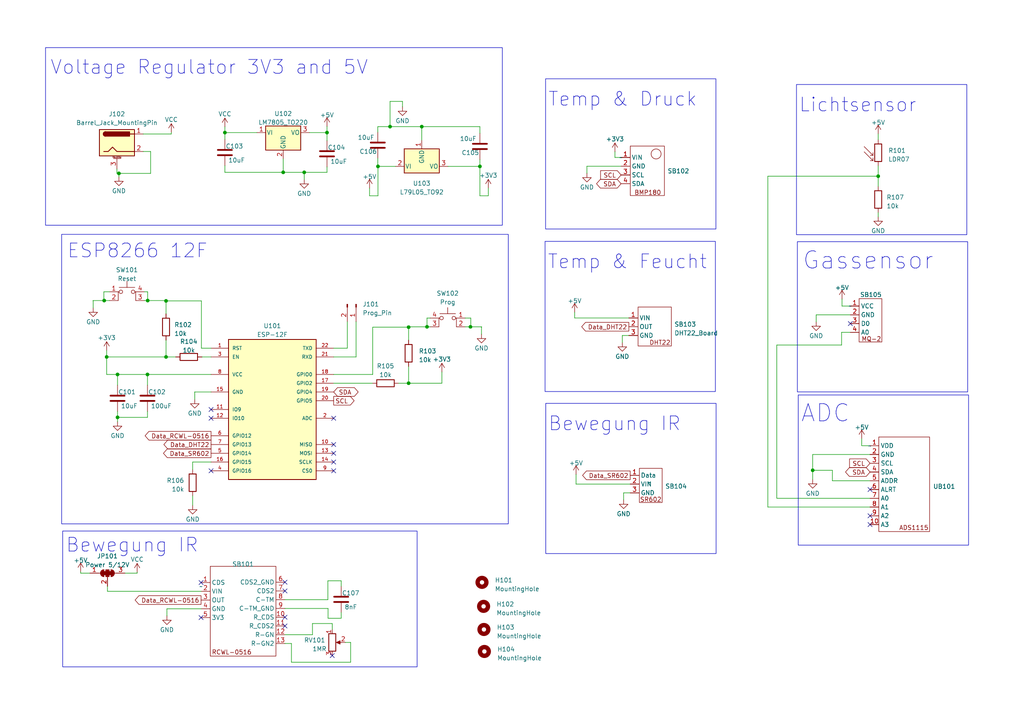
<source format=kicad_sch>
(kicad_sch (version 20230121) (generator eeschema)
  (paper "A4")
  (lib_symbols
    (symbol "Connector:Barrel_Jack_MountingPin" (pin_names hide)
      (property "Reference" "J102" (at 0 8.3312 0))
      (property "Value" "Barrel_Jack_MountingPin" (at 0 5.7912 0))
      (symbol "Barrel_Jack_MountingPin_0_1"
        (rectangle (start -5.08 3.81) (end 5.08 -3.81) (stroke (width 0.254)) (fill (type background)))
        (arc (start -3.302 3.175) (mid -3.9343 2.54) (end -3.302 1.905) (stroke (width 0.254)))
        (arc (start -3.302 3.175) (mid -3.9343 2.54) (end -3.302 1.905) (stroke (width 0.254)) (fill (type outline)))
        (polyline (pts (xy 5.08 2.54) (xy 3.81 2.54)) (stroke (width 0.254)))
        (polyline (pts (xy -3.81 -2.54) (xy -2.54 -2.54) (xy -1.27 -1.27) (xy 0 -2.54) (xy 2.54 -2.54) (xy 5.08 -2.54)) (stroke (width 0.254)))
        (rectangle (start 3.683 3.175) (end -3.302 1.905) (stroke (width 0.254)) (fill (type outline)))
      )
      (symbol "Barrel_Jack_MountingPin_1_1"
        (polyline (pts (xy -1.016 -4.572) (xy 1.016 -4.572)) (stroke (width 0.1524)))
        (text "Mounting" (at 0 -4.191 0) (effects (font (size 0.381 0.381))))
        (pin passive line (at 7.62 2.54 180) (length 2.54) (name "~") (number "1"))
        (pin passive line (at 7.62 -2.54 180) (length 2.54) (name "~") (number "2"))
        (pin passive line (at 0 -7.62 90) (length 3.048) (name "MountPin") (number "3"))
      )
    )
    (symbol "Connector:Conn_01x02_Pin" (pin_names (offset 1.016) hide)
      (property "Reference" "J" (at 0 2.54 0))
      (property "Value" "Conn_01x02_Pin" (at 0 -5.08 0))
      (symbol "Conn_01x02_Pin_1_1"
        (polyline (pts (xy 1.27 -2.54) (xy 0.8636 -2.54)) (stroke (width 0.1524)))
        (polyline (pts (xy 1.27 0) (xy 0.8636 0)) (stroke (width 0.1524)))
        (rectangle (start 0.8636 -2.413) (end 0 -2.667) (stroke (width 0.1524)) (fill (type outline)))
        (rectangle (start 0.8636 0.127) (end 0 -0.127) (stroke (width 0.1524)) (fill (type outline)))
        (pin passive line (at 5.08 0 180) (length 3.81) (name "Pin_1") (number "1"))
        (pin passive line (at 5.08 -2.54 180) (length 3.81) (name "Pin_2") (number "2"))
      )
    )
    (symbol "Device:C" (pin_numbers hide) (pin_names (offset 0.254))
      (property "Reference" "C" (at 0.635 2.54 0))
      (property "Value" "C" (at 0.635 -2.54 0))
      (symbol "C_0_1"
        (polyline (pts (xy -2.032 -0.762) (xy 2.032 -0.762)) (stroke (width 0.508)))
        (polyline (pts (xy -2.032 0.762) (xy 2.032 0.762)) (stroke (width 0.508)))
      )
      (symbol "C_1_1"
        (pin passive line (at 0 3.81 270) (length 2.794) (name "~") (number "1"))
        (pin passive line (at 0 -3.81 90) (length 2.794) (name "~") (number "2"))
      )
    )
    (symbol "Device:R" (pin_numbers hide) (pin_names (offset 0))
      (property "Reference" "R" (at 2.032 0 90))
      (property "Value" "R" (at 0 0 90))
      (symbol "R_0_1"
        (rectangle (start -1.016 -2.54) (end 1.016 2.54) (stroke (width 0.254)))
      )
      (symbol "R_1_1"
        (pin passive line (at 0 3.81 270) (length 1.27) (name "~") (number "1"))
        (pin passive line (at 0 -3.81 90) (length 1.27) (name "~") (number "2"))
      )
    )
    (symbol "Device:R_Potentiometer" (pin_names (offset 1.016) hide)
      (property "Reference" "RV" (at -4.445 0 90))
      (property "Value" "R_Potentiometer" (at -2.54 0 90))
      (symbol "R_Potentiometer_0_1"
        (polyline (pts (xy 2.54 0) (xy 1.524 0)))
        (polyline (pts (xy 1.143 0) (xy 2.286 0.508) (xy 2.286 -0.508) (xy 1.143 0)) (fill (type outline)))
        (rectangle (start 1.016 2.54) (end -1.016 -2.54) (stroke (width 0.254)))
      )
      (symbol "R_Potentiometer_1_1"
        (pin passive line (at 0 3.81 270) (length 1.27) (name "1") (number "1"))
        (pin passive line (at 3.81 0 180) (length 1.27) (name "2") (number "2"))
        (pin passive line (at 0 -3.81 90) (length 1.27) (name "3") (number "3"))
      )
    )
    (symbol "Jumper:SolderJumper_3_Bridged123" (pin_names (offset 0) hide)
      (property "Reference" "JP" (at -2.54 -2.54 0))
      (property "Value" "SolderJumper_3_Bridged123" (at 0 2.794 0))
      (symbol "SolderJumper_3_Bridged123_0_1"
        (rectangle (start -1.016 0.508) (end -0.508 -0.508) (fill (type outline)))
        (arc (start -1.016 1.016) (mid -2.0276 0) (end -1.016 -1.016))
        (arc (start -1.016 1.016) (mid -2.0276 0) (end -1.016 -1.016) (fill (type outline)))
        (rectangle (start -0.508 1.016) (end 0.508 -1.016) (fill (type outline)))
        (polyline (pts (xy -2.54 0) (xy -2.032 0)))
        (polyline (pts (xy -1.016 1.016) (xy -1.016 -1.016)))
        (polyline (pts (xy 0 -1.27) (xy 0 -1.016)))
        (polyline (pts (xy 1.016 1.016) (xy 1.016 -1.016)))
        (polyline (pts (xy 2.54 0) (xy 2.032 0)))
        (rectangle (start 0.508 0.508) (end 1.016 -0.508) (fill (type outline)))
        (arc (start 1.016 -1.016) (mid 2.0276 0) (end 1.016 1.016))
        (arc (start 1.016 -1.016) (mid 2.0276 0) (end 1.016 1.016) (fill (type outline)))
      )
      (symbol "SolderJumper_3_Bridged123_1_1"
        (pin passive line (at -5.08 0 0) (length 2.54) (name "A") (number "1"))
        (pin passive line (at 0 -3.81 90) (length 2.54) (name "C") (number "2"))
        (pin passive line (at 5.08 0 180) (length 2.54) (name "B") (number "3"))
      )
    )
    (symbol "Mechanical:MountingHole" (pin_names (offset 1.016))
      (property "Reference" "H" (at 0 5.08 0))
      (property "Value" "MountingHole" (at 0 3.175 0))
      (symbol "MountingHole_0_1"
        (circle (center 0 0) (radius 1.27) (stroke (width 1.27)))
      )
    )
    (symbol "Regulator_Linear:L79L05_TO92" (pin_names (offset 0.254))
      (property "Reference" "U" (at -3.81 -3.175 0))
      (property "Value" "L79L05_TO92" (at 0 -3.175 0))
      (symbol "L79L05_TO92_0_1"
        (rectangle (start -5.08 5.08) (end 5.08 -1.905) (stroke (width 0.254)) (fill (type background)))
      )
      (symbol "L79L05_TO92_1_1"
        (pin power_in line (at 0 7.62 270) (length 2.54) (name "GND") (number "1"))
        (pin power_in line (at -7.62 0 0) (length 2.54) (name "VI") (number "2"))
        (pin power_out line (at 7.62 0 180) (length 2.54) (name "VO") (number "3"))
      )
    )
    (symbol "Regulator_Linear:LM7805_TO220" (pin_names (offset 0.254))
      (property "Reference" "U" (at -3.81 3.175 0))
      (property "Value" "LM7805_TO220" (at 0 3.175 0))
      (symbol "LM7805_TO220_0_1"
        (rectangle (start -5.08 1.905) (end 5.08 -5.08) (stroke (width 0.254)) (fill (type background)))
      )
      (symbol "LM7805_TO220_1_1"
        (pin power_in line (at -7.62 0 0) (length 2.54) (name "VI") (number "1"))
        (pin power_in line (at 0 -7.62 90) (length 2.54) (name "GND") (number "2"))
        (pin power_out line (at 7.62 0 180) (length 2.54) (name "VO") (number "3"))
      )
    )
    (symbol "Sensor_Optical:LDR07" (pin_numbers hide) (pin_names (offset 0))
      (property "Reference" "R" (at -5.08 0 90))
      (property "Value" "LDR07" (at 1.905 0 90))
      (symbol "LDR07_0_1"
        (rectangle (start -1.016 2.54) (end 1.016 -2.54) (stroke (width 0.254)))
        (polyline (pts (xy -1.524 -2.286) (xy -4.064 0.254)))
        (polyline (pts (xy -1.524 -2.286) (xy -2.286 -2.286)))
        (polyline (pts (xy -1.524 -2.286) (xy -1.524 -1.524)))
        (polyline (pts (xy -1.524 -0.762) (xy -4.064 1.778)))
        (polyline (pts (xy -1.524 -0.762) (xy -2.286 -0.762)))
        (polyline (pts (xy -1.524 -0.762) (xy -1.524 0)))
      )
      (symbol "LDR07_1_1"
        (pin passive line (at 0 3.81 270) (length 1.27) (name "~") (number "1"))
        (pin passive line (at 0 -3.81 90) (length 1.27) (name "~") (number "2"))
      )
    )
    (symbol "Switch:SW_MEC_5E" (pin_names (offset 1.016) hide)
      (property "Reference" "SW" (at 0.635 5.715 0))
      (property "Value" "SW_MEC_5E" (at 0 -3.175 0))
      (symbol "SW_MEC_5E_0_1"
        (circle (center -1.778 2.54) (radius 0.508))
        (polyline (pts (xy -2.286 3.81) (xy 2.286 3.81)))
        (polyline (pts (xy 0 3.81) (xy 0 5.588)))
        (polyline (pts (xy -2.54 0) (xy -2.54 2.54) (xy -2.286 2.54)))
        (polyline (pts (xy 2.54 0) (xy 2.54 2.54) (xy 2.286 2.54)))
        (circle (center 1.778 2.54) (radius 0.508))
        (pin passive line (at -5.08 2.54 0) (length 2.54) (name "1") (number "1"))
        (pin passive line (at -5.08 0 0) (length 2.54) (name "2") (number "2"))
        (pin passive line (at 5.08 0 180) (length 2.54) (name "K") (number "3"))
        (pin passive line (at 5.08 2.54 180) (length 2.54) (name "A") (number "4"))
      )
    )
    (symbol "power:+3V3" (power) (pin_names (offset 0))
      (property "Value" "+3V3" (at 0 3.556 0))
      (symbol "+3V3_0_1"
        (polyline (pts (xy -0.762 1.27) (xy 0 2.54)))
        (polyline (pts (xy 0 0) (xy 0 2.54)))
        (polyline (pts (xy 0 2.54) (xy 0.762 1.27)))
      )
      (symbol "+3V3_1_1"
        (pin power_in line (at 0 0 90) (length 0) hide (name "+3V3") (number "1"))
      )
    )
    (symbol "power:+5V" (power) (pin_names (offset 0))
      (property "Value" "+5V" (at 0 3.556 0))
      (symbol "+5V_0_1"
        (polyline (pts (xy -0.762 1.27) (xy 0 2.54)))
        (polyline (pts (xy 0 0) (xy 0 2.54)))
        (polyline (pts (xy 0 2.54) (xy 0.762 1.27)))
      )
      (symbol "+5V_1_1"
        (pin power_in line (at 0 0 90) (length 0) hide (name "+5V") (number "1"))
      )
    )
    (symbol "power:GND" (power) (pin_names (offset 0))
      (property "Value" "GND" (at 0 -3.81 0))
      (symbol "GND_0_1"
        (polyline (pts (xy 0 0) (xy 0 -1.27) (xy 1.27 -1.27) (xy 0 -2.54) (xy -1.27 -1.27) (xy 0 -1.27)))
      )
      (symbol "GND_1_1"
        (pin power_in line (at 0 0 270) (length 0) hide (name "GND") (number "1"))
      )
    )
    (symbol "power:VCC" (power) (pin_names (offset 0))
      (property "Value" "VCC" (at 0 3.81 0))
      (symbol "VCC_0_1"
        (polyline (pts (xy -0.762 1.27) (xy 0 2.54)))
        (polyline (pts (xy 0 0) (xy 0 2.54)))
        (polyline (pts (xy 0 2.54) (xy 0.762 1.27)))
      )
      (symbol "VCC_1_1"
        (pin power_in line (at 0 0 90) (length 0) hide (name "VCC") (number "1"))
      )
    )
    (symbol "thu-esp-smd:ESP-12F" (pin_names (offset 1.016))
      (property "Reference" "U" (at -12.7254 22.9057 0))
      (property "Value" "ESP-12F" (at -12.7237 -22.9026 0))
      (symbol "ESP-12F_0_0"
        (rectangle (start -12.7 -20.32) (end 12.7 20.32) (stroke (width 0.254)) (fill (type background)))
        (pin bidirectional line (at -17.78 17.78 0) (length 5.08) (name "RST") (number "1"))
        (pin bidirectional line (at 17.78 -10.16 180) (length 5.08) (name "MISO") (number "10"))
        (pin bidirectional line (at -17.78 0 0) (length 5.08) (name "IO9") (number "11"))
        (pin bidirectional line (at -17.78 -2.54 0) (length 5.08) (name "IO10") (number "12"))
        (pin bidirectional line (at 17.78 -12.7 180) (length 5.08) (name "MOSI") (number "13"))
        (pin bidirectional line (at 17.78 -15.24 180) (length 5.08) (name "SCLK") (number "14"))
        (pin bidirectional line (at -17.78 5.08 0) (length 5.08) (name "GND") (number "15"))
        (pin bidirectional line (at -17.78 -15.24 0) (length 5.08) (name "GPIO15") (number "16"))
        (pin bidirectional line (at 17.78 7.62 180) (length 5.08) (name "GPIO2") (number "17"))
        (pin bidirectional line (at 17.78 10.16 180) (length 5.08) (name "GPIO0") (number "18"))
        (pin bidirectional line (at 17.78 5.08 180) (length 5.08) (name "GPIO4") (number "19"))
        (pin bidirectional line (at 17.78 -2.54 180) (length 5.08) (name "ADC") (number "2"))
        (pin bidirectional line (at 17.78 2.54 180) (length 5.08) (name "GPIO5") (number "20"))
        (pin bidirectional line (at 17.78 15.24 180) (length 5.08) (name "RXD") (number "21"))
        (pin bidirectional line (at 17.78 17.78 180) (length 5.08) (name "TXD") (number "22"))
        (pin bidirectional line (at -17.78 15.24 0) (length 5.08) (name "EN") (number "3"))
        (pin bidirectional line (at -17.78 -17.78 0) (length 5.08) (name "GPIO16") (number "4"))
        (pin bidirectional line (at -17.78 -12.7 0) (length 5.08) (name "GPIO14") (number "5"))
        (pin bidirectional line (at -17.78 -7.62 0) (length 5.08) (name "GPIO12") (number "6"))
        (pin bidirectional line (at -17.78 -10.16 0) (length 5.08) (name "GPIO13") (number "7"))
        (pin bidirectional line (at -17.78 10.16 0) (length 5.08) (name "VCC") (number "8"))
        (pin bidirectional line (at 17.78 -17.78 180) (length 5.08) (name "CS0") (number "9"))
      )
    )
    (symbol "thu-sensoren-smd:RCWL-0516"
      (property "Reference" "SB" (at -6.985 13.589 0))
      (symbol "RCWL-0516_0_0"
        (pin input line (at -10.922 7.874 0) (length 2.54) (name "CDS") (number "1"))
        (pin bidirectional line (at 13.4112 -2.1844 180) (length 2.54) (name "R_CDS") (number "10"))
        (pin bidirectional line (at 13.4112 -4.7244 180) (length 2.54) (name "R_CDS2") (number "11"))
        (pin bidirectional line (at 13.4112 -7.2644 180) (length 2.54) (name "R-GN") (number "12"))
        (pin bidirectional line (at 13.4112 -9.8044 180) (length 2.54) (name "R-GN2") (number "13"))
        (pin power_in line (at -10.922 5.334 0) (length 2.54) (name "VIN") (number "2"))
        (pin output line (at -10.922 2.794 0) (length 2.54) (name "OUT") (number "3"))
        (pin power_in line (at -10.922 0.254 0) (length 2.54) (name "GND") (number "4"))
        (pin power_out line (at -10.922 -2.286 0) (length 2.54) (name "3V3") (number "5"))
        (pin power_in line (at 13.4112 7.9756 180) (length 2.54) (name "CDS2_GND") (number "6"))
        (pin bidirectional line (at 13.4112 5.4356 180) (length 2.54) (name "CDS2") (number "7"))
        (pin bidirectional line (at 13.4112 2.8956 180) (length 2.54) (name "C-TM") (number "8"))
        (pin bidirectional line (at 13.4112 0.3556 180) (length 2.54) (name "C-TM_GND") (number "9"))
      )
      (symbol "RCWL-0516_0_1"
        (rectangle (start -8.255 12.573) (end 10.795 -13.462))
        (text "RCWL-0516" (at -2.032 -12.319 0) (effects (font (size 1.27 1.27))))
      )
    )
    (symbol "thu_sensoren_tht:ADS1115_Board"
      (property "Reference" "UB" (at -5.08 14.986 0))
      (symbol "ADS1115_Board_0_0"
        (pin power_in line (at -8.636 11.303 0) (length 2.54) (name "VDD") (number "1"))
        (pin input line (at -8.636 -11.557 0) (length 2.54) (name "A3") (number "10"))
        (pin power_in line (at -8.636 8.763 0) (length 2.54) (name "GND") (number "2"))
        (pin input line (at -8.636 6.223 0) (length 2.54) (name "SCL") (number "3"))
        (pin bidirectional line (at -8.636 3.683 0) (length 2.54) (name "SDA") (number "4"))
        (pin input line (at -8.636 1.143 0) (length 2.54) (name "ADDR") (number "5"))
        (pin output line (at -8.636 -1.397 0) (length 2.54) (name "ALRT") (number "6"))
        (pin input line (at -8.636 -3.937 0) (length 2.54) (name "A0") (number "7"))
        (pin input line (at -8.636 -6.477 0) (length 2.54) (name "A1") (number "8"))
        (pin input line (at -8.636 -9.017 0) (length 2.54) (name "A2") (number "9"))
      )
      (symbol "ADS1115_Board_0_1"
        (rectangle (start -6.096 13.843) (end 8.636 -13.589))
        (text "ADS1115" (at 4.064 -12.446 0) (effects (font (size 1.27 1.27))))
      )
    )
    (symbol "thu_sensoren_tht:BMP180_Board"
      (property "Reference" "SB" (at -21.59 24.511 0))
      (symbol "BMP180_Board_0_0"
        (pin power_in line (at -25.273 20.32 0) (length 2.54) (name "VIN") (number "1"))
        (pin power_in line (at -25.273 17.78 0) (length 2.54) (name "GND") (number "2"))
        (pin input line (at -25.273 15.24 0) (length 2.54) (name "SCL") (number "3"))
        (pin bidirectional line (at -25.273 12.7 0) (length 2.54) (name "SDA") (number "4"))
      )
      (symbol "BMP180_Board_0_1"
        (rectangle (start -22.606 23.622) (end -12.7 9.271))
        (circle (center -15.113 21.336) (radius 1.448))
        (text "BMP180" (at -17.526 10.16 0) (effects (font (size 1.27 1.27))))
      )
    )
    (symbol "thu_sensoren_tht:DHT22_Board"
      (property "Reference" "SB" (at -3.556 10.287 0))
      (property "Value" "DHT22_Board" (at -1.2192 -3.7592 0))
      (symbol "DHT22_Board_0_0"
        (pin power_in line (at -7.747 5.969 0) (length 2.54) (name "VIN") (number "1"))
        (pin bidirectional line (at -7.747 3.429 0) (length 2.54) (name "OUT") (number "2"))
        (pin power_in line (at -7.747 0.889 0) (length 2.54) (name "GND") (number "3"))
      )
      (symbol "DHT22_Board_0_1"
        (rectangle (start -5.08 9.144) (end 4.572 -2.159))
        (text "DHT22" (at 1.27 -1.143 0) (effects (font (size 1.27 1.27))))
      )
    )
    (symbol "thu_sensoren_tht:MQ-2_Board"
      (property "Reference" "SB" (at -1.397 6.858 0))
      (symbol "MQ-2_Board_0_0"
        (pin power_in line (at -4.699 3.81 0) (length 2.54) (name "VCC") (number "1"))
        (pin power_in line (at -4.699 1.27 0) (length 2.54) (name "GND") (number "2"))
        (pin output line (at -4.699 -1.27 0) (length 2.54) (name "D0") (number "3"))
        (pin output line (at -4.699 -3.81 0) (length 2.54) (name "A0") (number "4"))
      )
      (symbol "MQ-2_Board_0_1"
        (rectangle (start -2.159 5.969) (end 4.445 -6.604))
        (text "MQ-2" (at 1.397 -5.715 0) (effects (font (size 1.27 1.27))))
      )
    )
    (symbol "thu_sensoren_tht:SR602_Board"
      (property "Reference" "SB" (at -1.905 4.953 0))
      (symbol "SR602_Board_0_0"
        (pin unspecified line (at -5.588 2.032 0) (length 2.54) (name "Data") (number "1"))
        (pin unspecified line (at -5.588 -0.508 0) (length 2.54) (name "VIN") (number "2"))
        (pin unspecified line (at -5.588 -3.048 0) (length 2.54) (name "GND") (number "3"))
      )
      (symbol "SR602_Board_0_1"
        (rectangle (start -2.921 4.064) (end 3.683 -5.842))
        (text "SR602" (at 0.381 -4.953 0) (effects (font (size 1.27 1.27))))
      )
    )
  )
  (junction (at 30.9372 103.5304))
  (junction (at 34.0868 121.0564))
  (junction (at 235.712 136.398))
  (junction (at 122.3264 36.7284))
  (junction (at 109.6264 48.26))
  (junction (at 42.8244 87.1728))
  (junction (at 34.4932 50.292))
  (junction (at 34.0868 108.6104))
  (junction (at 139.192 48.26))
  (junction (at 118.5164 111.1504))
  (junction (at 88.2396 49.9872))
  (junction (at 48.1584 87.2744))
  (junction (at 123.8504 94.7928))
  (junction (at 82.1436 49.9872))
  (junction (at 48.1584 103.5304))
  (junction (at 136.4488 94.7928))
  (junction (at 113.1316 36.7284))
  (junction (at 30.226 87.1728))
  (junction (at 118.5164 94.8944))
  (junction (at 65.2272 38.4556))
  (junction (at 254.7112 51.1048))
  (junction (at 42.7736 108.6104))
  (junction (at 94.8436 38.4556))
  (no_connect (at 82.6516 179.0192))
  (no_connect (at 96.774 128.9304))
  (no_connect (at 61.214 136.5504))
  (no_connect (at 252.349 149.606))
  (no_connect (at 252.349 141.986))
  (no_connect (at 252.349 152.146))
  (no_connect (at 82.6516 168.8592))
  (no_connect (at 96.774 131.4704))
  (no_connect (at 61.214 118.7704))
  (no_connect (at 96.774 134.0104))
  (no_connect (at 58.3184 179.1208))
  (no_connect (at 96.774 136.5504))
  (no_connect (at 82.6516 181.5592))
  (no_connect (at 96.774 121.3104))
  (no_connect (at 61.214 121.3104))
  (no_connect (at 96.3676 190.1444))
  (no_connect (at 82.6516 171.3992))
  (no_connect (at 58.3184 168.9608))
  (no_connect (at 246.634 93.853))
  (wire (pts (xy 82.1436 46.0756) (xy 82.1436 49.9872)))
  (wire (pts (xy 139.192 36.7284) (xy 122.3264 36.7284)))
  (wire (pts (xy 136.5504 94.742) (xy 136.4488 94.742)))
  (wire (pts (xy 180.4924 97.3074) (xy 180.4924 99.3394)))
  (wire (pts (xy 42.7736 108.6104) (xy 34.0868 108.6104)))
  (wire (pts (xy 23.3934 166.243) (xy 23.3934 165.8366)))
  (wire (pts (xy 254.7112 54.0512) (xy 254.7112 51.1048)))
  (wire (pts (xy 49.6824 38.862) (xy 49.6824 38.4048)))
  (wire (pts (xy 96.774 100.9904) (xy 100.7364 100.9904)))
  (wire (pts (xy 95.1484 176.4792) (xy 95.1484 179.324)))
  (wire (pts (xy 55.88 134.0104) (xy 61.214 134.0104)))
  (wire (pts (xy 98.9584 168.4528) (xy 98.9584 170.0276)))
  (wire (pts (xy 34.0868 108.6104) (xy 30.9372 108.6104)))
  (wire (pts (xy 58.42 87.2744) (xy 58.42 100.9904)))
  (wire (pts (xy 118.5164 94.8944) (xy 118.5164 94.7928)))
  (wire (pts (xy 58.5724 103.5304) (xy 61.214 103.5304)))
  (wire (pts (xy 235.712 131.826) (xy 235.712 136.398)))
  (wire (pts (xy 43.688 50.292) (xy 43.688 43.942)))
  (wire (pts (xy 31.1658 170.053) (xy 31.1658 171.5008)))
  (wire (pts (xy 109.5756 48.26) (xy 109.5756 45.9232)))
  (wire (pts (xy 42.8244 87.1728) (xy 48.1584 87.1728)))
  (wire (pts (xy 94.8436 49.9872) (xy 94.8436 48.4124)))
  (wire (pts (xy 128.1684 111.1504) (xy 128.1684 107.8992)))
  (wire (pts (xy 100.1776 186.3344) (xy 101.7016 186.3344)))
  (wire (pts (xy 33.909 50.292) (xy 34.4932 50.292)))
  (wire (pts (xy 139.192 46.2788) (xy 139.192 48.26)))
  (wire (pts (xy 109.6264 48.26) (xy 109.5756 48.26)))
  (wire (pts (xy 30.9372 103.5304) (xy 48.1584 103.5304)))
  (wire (pts (xy 167.0812 137.6172) (xy 167.0812 140.4112)))
  (wire (pts (xy 30.1244 84.6328) (xy 31.75 84.6328)))
  (wire (pts (xy 56.4642 113.6904) (xy 56.4642 113.7412)))
  (wire (pts (xy 55.88 143.8148) (xy 55.88 146.558)))
  (wire (pts (xy 254.7112 61.6712) (xy 254.7112 62.8904)))
  (wire (pts (xy 56.4642 113.7412) (xy 56.4896 113.7412)))
  (wire (pts (xy 39.7764 165.9636) (xy 39.7764 166.243)))
  (wire (pts (xy 101.7016 186.3344) (xy 101.7016 192.0748)))
  (wire (pts (xy 225.298 144.526) (xy 252.349 144.526)))
  (wire (pts (xy 180.4924 97.3074) (xy 182.3974 97.3074)))
  (wire (pts (xy 94.8436 38.4556) (xy 94.8436 40.7924)))
  (wire (pts (xy 65.2272 48.0568) (xy 65.2272 49.9872)))
  (wire (pts (xy 178.3588 45.6692) (xy 180.1368 45.6692)))
  (wire (pts (xy 48.1584 87.2744) (xy 48.1584 91.0336)))
  (wire (pts (xy 225.298 100.076) (xy 225.298 144.526)))
  (wire (pts (xy 27.0256 87.2236) (xy 27.0256 89.3064)))
  (wire (pts (xy 30.9372 108.6104) (xy 30.9372 103.5304)))
  (wire (pts (xy 41.529 38.862) (xy 49.6824 38.862)))
  (wire (pts (xy 113.1316 36.7284) (xy 122.3264 36.7284)))
  (wire (pts (xy 246.634 91.313) (xy 236.728 91.313)))
  (wire (pts (xy 252.349 131.826) (xy 235.712 131.826)))
  (wire (pts (xy 123.8504 92.2528) (xy 123.8504 94.7928)))
  (wire (pts (xy 141.6304 54.5592) (xy 141.6304 56.7944)))
  (wire (pts (xy 48.1584 87.2744) (xy 58.42 87.2744)))
  (wire (pts (xy 41.91 84.6328) (xy 42.8244 84.6328)))
  (wire (pts (xy 27.0002 87.1728) (xy 30.226 87.1728)))
  (wire (pts (xy 56.4642 113.6904) (xy 61.214 113.6904)))
  (wire (pts (xy 34.4932 50.292) (xy 43.688 50.292)))
  (wire (pts (xy 180.8734 142.9512) (xy 182.7784 142.9512)))
  (wire (pts (xy 103.2764 93.3196) (xy 103.2764 103.5304)))
  (wire (pts (xy 249.936 129.286) (xy 252.349 129.286)))
  (wire (pts (xy 65.2272 38.4556) (xy 74.5236 38.4556)))
  (wire (pts (xy 42.7736 121.0564) (xy 42.7736 119.3292)))
  (wire (pts (xy 43.688 43.942) (xy 41.529 43.942)))
  (wire (pts (xy 118.5164 94.8944) (xy 118.5164 98.6536)))
  (wire (pts (xy 98.9584 179.324) (xy 98.9584 177.6476)))
  (wire (pts (xy 48.1584 98.6536) (xy 48.1584 103.5304)))
  (wire (pts (xy 109.5756 36.7284) (xy 109.5756 38.3032)))
  (wire (pts (xy 48.4124 176.5808) (xy 48.4124 178.6128)))
  (wire (pts (xy 254.7112 51.1048) (xy 254.7112 48.1076)))
  (wire (pts (xy 33.909 49.022) (xy 33.909 50.292)))
  (wire (pts (xy 95.0976 168.4528) (xy 98.9584 168.4528)))
  (wire (pts (xy 178.3588 44.0182) (xy 178.3588 45.6692)))
  (wire (pts (xy 141.6304 56.7944) (xy 139.192 56.7944)))
  (wire (pts (xy 244.094 100.076) (xy 225.298 100.076)))
  (wire (pts (xy 30.9372 103.5304) (xy 30.9372 101.6508)))
  (wire (pts (xy 244.221 88.773) (xy 246.634 88.773)))
  (wire (pts (xy 42.8244 84.6328) (xy 42.8244 87.1728)))
  (wire (pts (xy 84.5312 186.6392) (xy 82.6516 186.6392)))
  (wire (pts (xy 26.0858 166.243) (xy 23.3934 166.243)))
  (wire (pts (xy 118.5164 94.8944) (xy 108.1024 94.8944)))
  (wire (pts (xy 222.7072 51.1048) (xy 222.7072 147.066)))
  (wire (pts (xy 41.91 87.1728) (xy 42.8244 87.1728)))
  (wire (pts (xy 107.188 54.5592) (xy 107.188 56.7944)))
  (wire (pts (xy 222.7072 51.1048) (xy 254.7112 51.1048)))
  (wire (pts (xy 82.6516 176.4792) (xy 95.1484 176.4792)))
  (wire (pts (xy 244.094 96.393) (xy 244.094 100.076)))
  (wire (pts (xy 109.6264 48.26) (xy 109.6264 56.7944)))
  (wire (pts (xy 39.7764 166.243) (xy 36.2458 166.243)))
  (wire (pts (xy 58.42 100.9904) (xy 61.214 100.9904)))
  (wire (pts (xy 42.7736 108.6104) (xy 42.7736 111.7092)))
  (wire (pts (xy 123.8504 94.7928) (xy 118.5164 94.7928)))
  (wire (pts (xy 113.1316 36.7284) (xy 113.1316 29.4132)))
  (wire (pts (xy 124.7648 92.2528) (xy 123.8504 92.2528)))
  (wire (pts (xy 180.1368 48.2092) (xy 170.2308 48.2092)))
  (wire (pts (xy 95.1484 179.324) (xy 98.9584 179.324)))
  (wire (pts (xy 236.728 91.313) (xy 236.728 93.345)))
  (wire (pts (xy 90.6272 184.0992) (xy 90.6272 180.848)))
  (wire (pts (xy 58.3184 176.5808) (xy 48.4124 176.5808)))
  (wire (pts (xy 122.3264 40.64) (xy 122.3264 36.7284)))
  (wire (pts (xy 89.7636 38.4556) (xy 94.8436 38.4556)))
  (wire (pts (xy 90.6272 180.848) (xy 96.3676 180.848)))
  (wire (pts (xy 96.3676 180.848) (xy 96.3676 182.5244)))
  (wire (pts (xy 30.1244 84.6328) (xy 30.1244 87.122)))
  (wire (pts (xy 34.4932 50.292) (xy 34.4932 51.308)))
  (wire (pts (xy 108.1024 108.6104) (xy 96.774 108.6104)))
  (wire (pts (xy 100.7364 100.9904) (xy 100.7364 93.3196)))
  (wire (pts (xy 118.5164 106.2736) (xy 118.5164 111.1504)))
  (wire (pts (xy 55.88 136.1948) (xy 55.88 134.0104)))
  (wire (pts (xy 139.6746 94.8436) (xy 139.6492 94.8436)))
  (wire (pts (xy 249.936 127.254) (xy 249.936 129.286)))
  (wire (pts (xy 107.188 56.7944) (xy 109.6264 56.7944)))
  (wire (pts (xy 103.2764 103.5304) (xy 96.774 103.5304)))
  (wire (pts (xy 116.7384 29.4132) (xy 116.7384 30.988)))
  (wire (pts (xy 139.192 38.6588) (xy 139.192 36.7284)))
  (wire (pts (xy 65.2272 40.4368) (xy 65.2272 38.4556)))
  (wire (pts (xy 241.427 136.398) (xy 235.712 136.398)))
  (wire (pts (xy 65.2272 36.7792) (xy 65.2272 38.4556)))
  (wire (pts (xy 34.0868 121.0564) (xy 42.7736 121.0564)))
  (wire (pts (xy 101.7016 192.0748) (xy 84.5312 192.0748)))
  (wire (pts (xy 254.7112 38.8366) (xy 254.7112 40.4876)))
  (wire (pts (xy 109.6264 48.26) (xy 114.7064 48.26)))
  (wire (pts (xy 129.9464 48.26) (xy 139.192 48.26)))
  (wire (pts (xy 48.1584 103.5304) (xy 50.9524 103.5304)))
  (wire (pts (xy 82.6516 173.9392) (xy 95.0976 173.9392)))
  (wire (pts (xy 30.1244 87.122) (xy 30.226 87.122)))
  (wire (pts (xy 170.2308 48.2092) (xy 170.2308 50.2412)))
  (wire (pts (xy 118.5164 111.1504) (xy 128.1684 111.1504)))
  (wire (pts (xy 136.4488 94.7928) (xy 134.9248 94.7928)))
  (wire (pts (xy 108.1024 94.8944) (xy 108.1024 108.6104)))
  (wire (pts (xy 244.094 96.393) (xy 246.634 96.393)))
  (wire (pts (xy 34.0868 119.3292) (xy 34.0868 121.0564)))
  (wire (pts (xy 139.6492 94.8436) (xy 139.6492 96.9264)))
  (wire (pts (xy 30.226 87.122) (xy 30.226 87.1728)))
  (wire (pts (xy 27.0002 87.1728) (xy 27.0002 87.2236)))
  (wire (pts (xy 84.5312 192.0748) (xy 84.5312 186.6392)))
  (wire (pts (xy 61.214 108.6104) (xy 42.7736 108.6104)))
  (wire (pts (xy 94.8436 36.6776) (xy 94.8436 38.4556)))
  (wire (pts (xy 58.3184 171.5008) (xy 31.1658 171.5008)))
  (wire (pts (xy 88.2396 49.9872) (xy 94.8436 49.9872)))
  (wire (pts (xy 48.1584 87.2744) (xy 48.1584 87.1728)))
  (wire (pts (xy 88.2396 49.9872) (xy 88.2396 52.07)))
  (wire (pts (xy 56.4896 113.7412) (xy 56.4896 115.824)))
  (wire (pts (xy 166.6748 90.5764) (xy 166.6748 92.2274)))
  (wire (pts (xy 113.1316 36.7284) (xy 109.5756 36.7284)))
  (wire (pts (xy 82.1436 49.9872) (xy 88.2396 49.9872)))
  (wire (pts (xy 34.0868 108.6104) (xy 34.0868 111.7092)))
  (wire (pts (xy 96.774 111.1504) (xy 108.0008 111.1504)))
  (wire (pts (xy 136.5504 92.2528) (xy 134.9248 92.2528)))
  (wire (pts (xy 166.6748 92.2274) (xy 182.3974 92.2274)))
  (wire (pts (xy 27.0002 87.2236) (xy 27.0256 87.2236)))
  (wire (pts (xy 30.226 87.1728) (xy 31.75 87.1728)))
  (wire (pts (xy 82.6516 184.0992) (xy 90.6272 184.0992)))
  (wire (pts (xy 139.6746 94.7928) (xy 139.6746 94.8436)))
  (wire (pts (xy 235.712 136.398) (xy 235.712 139.065)))
  (wire (pts (xy 115.6208 111.1504) (xy 118.5164 111.1504)))
  (wire (pts (xy 95.0976 173.9392) (xy 95.0976 168.4528)))
  (wire (pts (xy 139.192 48.26) (xy 139.192 56.7944)))
  (wire (pts (xy 113.1316 29.4132) (xy 116.7384 29.4132)))
  (wire (pts (xy 34.0868 121.0564) (xy 34.0868 122.3264)))
  (wire (pts (xy 252.349 139.446) (xy 241.427 139.446)))
  (wire (pts (xy 241.427 139.446) (xy 241.427 136.398)))
  (wire (pts (xy 167.0812 140.4112) (xy 182.7784 140.4112)))
  (wire (pts (xy 222.7072 147.066) (xy 252.349 147.066)))
  (wire (pts (xy 139.6746 94.7928) (xy 136.4488 94.7928)))
  (wire (pts (xy 136.5504 92.2528) (xy 136.5504 94.742)))
  (wire (pts (xy 124.7648 94.7928) (xy 123.8504 94.7928)))
  (wire (pts (xy 244.221 86.741) (xy 244.221 88.773)))
  (wire (pts (xy 65.2272 49.9872) (xy 82.1436 49.9872)))
  (wire (pts (xy 180.8734 142.9512) (xy 180.8734 144.9832)))
  (wire (pts (xy 136.4488 94.742) (xy 136.4488 94.7928)))
  (rectangle (start 231.267 70.104) (end 280.67 113.665))
  (rectangle (start 158.2928 116.9924) (end 207.6958 160.5534))
  (rectangle (start 18.1864 154.0256) (end 120.9802 193.421))
  (rectangle (start 231.013 24.511) (end 280.416 68.072))
  (rectangle (start 13.208 13.8176) (end 145.6944 65.3288))
  (rectangle (start 158.242 22.86) (end 207.645 66.421))
  (rectangle (start 17.8816 67.9704) (end 147.4216 151.9428))
  (rectangle (start 158.0896 70.0024) (end 207.4926 113.5634))
  (rectangle (start 231.521 114.554) (end 280.924 158.115))
  (text "ESP8266 12F" (at 19.4056 75.2348 0) (effects (font (size 4 4)) (justify left bottom)))
  (text "Lichtsensor" (at 231.648 32.893 0) (effects (font (size 4 4)) (justify left bottom)))
  (text "Temp & Druck" (at 158.877 31.242 0) (effects (font (size 4 4)) (justify left bottom)))
  (text "Voltage Regulator 3V3 and 5V" (at 14.5034 21.9964 0) (effects (font (size 4 4)) (justify left bottom)))
  (text "ADC" (at 232.156 122.936 0) (effects (font (size 5 5)) (justify left bottom)))
  (text "Bewegung IR" (at 18.9992 160.5788 0) (effects (font (size 4 4)) (justify left bottom)))
  (text "Temp & Feucht" (at 158.7246 78.3844 0) (effects (font (size 4 4)) (justify left bottom)))
  (text "Bewegung IR" (at 158.9278 125.3744 0) (effects (font (size 4 4)) (justify left bottom)))
  (text "Gassensor" (at 232.664 78.613 0) (effects (font (size 5 5)) (justify left bottom)))
  (global_label "Data_SR602" (shape output) (at 61.214 131.4704 180) (property "Intersheetrefs" "${INTERSHEET_REFS}" (effects hide)))
  (global_label "SCL" (shape input) (at 180.1368 50.7492 180) (property "Intersheetrefs" "${INTERSHEET_REFS}" (effects hide)))
  (global_label "SDA" (shape bidirectional) (at 96.774 113.6904 0) (property "Intersheetrefs" "${INTERSHEET_REFS}" (effects hide)))
  (global_label "SCL" (shape output) (at 96.774 116.2304 0) (property "Intersheetrefs" "${INTERSHEET_REFS}" (effects hide)))
  (global_label "SDA" (shape bidirectional) (at 180.1368 53.2892 180) (property "Intersheetrefs" "${INTERSHEET_REFS}" (effects hide)))
  (global_label "Data_SR602" (shape output) (at 182.7784 137.8712 180) (property "Intersheetrefs" "${INTERSHEET_REFS}" (effects hide)))
  (global_label "Data_RCWL-0516" (shape output) (at 58.3184 174.0408 180) (property "Intersheetrefs" "${INTERSHEET_REFS}" (effects hide)))
  (global_label "SDA" (shape bidirectional) (at 252.349 136.906 180) (property "Intersheetrefs" "${INTERSHEET_REFS}" (effects hide)))
  (global_label "Data_DHT22" (shape output) (at 61.214 128.9304 180) (property "Intersheetrefs" "${INTERSHEET_REFS}" (effects hide)))
  (global_label "Data_RCWL-0516" (shape output) (at 61.214 126.3904 180) (property "Intersheetrefs" "${INTERSHEET_REFS}" (effects hide)))
  (global_label "Data_DHT22" (shape output) (at 182.3974 94.7674 180) (property "Intersheetrefs" "${INTERSHEET_REFS}" (effects hide)))
  (global_label "SCL" (shape input) (at 252.349 134.366 180) (property "Intersheetrefs" "${INTERSHEET_REFS}" (effects hide)))
  (symbol (lib_id "Device:R") (at 254.7112 57.8612 0) (unit 1)
    (property "Reference" "R107" (at 257.0988 57.2262 0) (effects (justify left)))
    (property "Value" "10k" (at 257.0988 59.7662 0) (effects (justify left)))
    (property "Footprint" "Resistor_SMD:R_0805_2012Metric_Pad1.20x1.40mm_HandSolder" (effects hide))
  )
  (symbol (lib_id "power:GND") (at 254.7112 62.8904 0) (unit 1)
    (property "Reference" "#PWR0129" (effects hide))
    (property "Value" "GND" (at 254.7112 66.9544 0))
  )
  (symbol (lib_id "power:GND") (at 139.6492 96.9264 0) (mirror y) (unit 1)
    (property "Reference" "#PWR0119" (effects hide))
    (property "Value" "GND" (at 139.6492 100.9904 0))
  )
  (symbol (lib_id "thu_sensoren_tht:DHT22_Board") (at 190.1444 98.1964 0) (unit 1)
    (property "Reference" "SB103" (at 195.58 94.0689 0) (effects (justify left)))
    (property "Value" "DHT22_Board" (at 195.58 96.6089 0) (effects (justify left)))
    (property "Footprint" "sensoren-tht:DHT22-horizontal" (effects hide))
  )
  (symbol (lib_id "power:GND") (at 180.4924 99.3394 0) (unit 1)
    (property "Reference" "#PWR0105" (effects hide))
    (property "Value" "GND" (at 180.4924 103.4034 0))
  )
  (symbol (lib_id "Device:R") (at 111.8108 111.1504 90) (mirror x) (unit 1)
    (property "Reference" "R105" (at 111.8108 106.172 90))
    (property "Value" "10k" (at 111.8108 108.712 90))
    (property "Footprint" "Resistor_SMD:R_0805_2012Metric_Pad1.20x1.40mm_HandSolder" (effects hide))
  )
  (symbol (lib_id "power:VCC") (at 49.6824 38.4048 0) (unit 1)
    (property "Reference" "#PWR0127" (effects hide))
    (property "Value" "VCC" (at 49.6824 34.6964 0))
  )
  (symbol (lib_id "power:GND") (at 48.4124 178.6128 0) (unit 1)
    (property "Reference" "#PWR0103" (effects hide))
    (property "Value" "GND" (at 48.4124 182.6768 0))
  )
  (symbol (lib_id "power:+5V") (at 167.0812 137.6172 0) (unit 1)
    (property "Reference" "#PWR0109" (effects hide))
    (property "Value" "+5V" (at 167.0812 134.3152 0))
  )
  (symbol (lib_id "power:GND") (at 88.2396 52.07 0) (unit 1)
    (property "Reference" "#PWR0121" (effects hide))
    (property "Value" "GND" (at 88.2396 56.134 0))
  )
  (symbol (lib_id "Device:C") (at 42.7736 115.5192 0) (unit 1)
    (property "Reference" "C102" (at 42.9768 113.6904 0) (effects (justify left)))
    (property "Value" "100uF" (at 43.7388 117.7544 0) (effects (justify left)))
    (property "Footprint" "Capacitor_SMD:C_0805_2012Metric_Pad1.18x1.45mm_HandSolder" (effects hide))
  )
  (symbol (lib_id "power:VCC") (at 65.2272 36.7792 0) (unit 1)
    (property "Reference" "#PWR0123" (effects hide))
    (property "Value" "VCC" (at 65.2272 33.0708 0))
  )
  (symbol (lib_id "Mechanical:MountingHole") (at 139.8016 168.91 0) (unit 1)
    (property "Reference" "H101" (at 143.51 168.275 0) (effects (justify left)))
    (property "Value" "MountingHole" (at 143.51 170.815 0) (effects (justify left)))
    (property "Footprint" "MountingHole:MountingHole_3.2mm_M3" (effects hide))
  )
  (symbol (lib_id "power:GND") (at 116.7384 30.988 0) (unit 1)
    (property "Reference" "#PWR0126" (effects hide))
    (property "Value" "GND" (at 116.7384 35.052 0))
  )
  (symbol (lib_id "power:+5V") (at 249.936 127.254 0) (unit 1)
    (property "Reference" "#PWR0112" (effects hide))
    (property "Value" "+5V" (at 249.936 123.952 0))
  )
  (symbol (lib_id "power:+3V3") (at 178.3588 44.0182 0) (unit 1)
    (property "Reference" "#PWR0108" (effects hide))
    (property "Value" "+3V3" (at 178.3588 40.3352 0))
  )
  (symbol (lib_id "power:+5V") (at 244.221 86.741 0) (unit 1)
    (property "Reference" "#PWR0107" (effects hide))
    (property "Value" "+5V" (at 244.221 83.439 0))
  )
  (symbol (lib_id "Device:C") (at 34.0868 115.5192 0) (unit 1)
    (property "Reference" "C101" (at 34.29 113.6904 0) (effects (justify left)))
    (property "Value" "10uF" (at 35.052 117.7544 0) (effects (justify left)))
    (property "Footprint" "Capacitor_SMD:C_0805_2012Metric_Pad1.18x1.45mm_HandSolder" (effects hide))
  )
  (symbol (lib_id "Mechanical:MountingHole") (at 140.4874 188.9506 0) (unit 1)
    (property "Reference" "H104" (at 144.1958 188.3156 0) (effects (justify left)))
    (property "Value" "MountingHole" (at 144.1958 190.8556 0) (effects (justify left)))
    (property "Footprint" "MountingHole:MountingHole_3.2mm_M3" (effects hide))
  )
  (symbol (lib_id "power:GND") (at 27.0256 89.3064 0) (unit 1)
    (property "Reference" "#PWR0118" (effects hide))
    (property "Value" "GND" (at 27.0256 93.3704 0))
  )
  (symbol (lib_id "Mechanical:MountingHole") (at 140.2588 175.8696 0) (unit 1)
    (property "Reference" "H102" (at 143.9672 175.2346 0) (effects (justify left)))
    (property "Value" "MountingHole" (at 143.9672 177.7746 0) (effects (justify left)))
    (property "Footprint" "MountingHole:MountingHole_3.2mm_M3" (effects hide))
  )
  (symbol (lib_id "Regulator_Linear:LM7805_TO220") (at 82.1436 38.4556 0) (unit 1)
    (property "Reference" "U102" (at 82.1436 32.9692 0))
    (property "Value" "LM7805_TO220" (at 82.1436 35.5092 0))
    (property "Footprint" "Package_TO_SOT_THT:TO-220-3_Vertical" (effects hide))
    (property "Datasheet" "https://www.onsemi.cn/PowerSolutions/document/MC7800-D.PDF" (effects hide))
  )
  (symbol (lib_id "power:VCC") (at 39.7764 165.9636 0) (unit 1)
    (property "Reference" "#PWR0130" (effects hide))
    (property "Value" "VCC" (at 39.7764 162.2552 0))
  )
  (symbol (lib_id "Device:C") (at 139.192 42.4688 180) (unit 1)
    (property "Reference" "C105" (at 138.9888 44.2976 0) (effects (justify left)))
    (property "Value" "10uF" (at 138.2268 40.2336 0) (effects (justify left)))
    (property "Footprint" "Capacitor_SMD:C_0805_2012Metric_Pad1.18x1.45mm_HandSolder" (effects hide))
  )
  (symbol (lib_id "thu_sensoren_tht:ADS1115_Board") (at 260.985 140.589 0) (unit 1)
    (property "Reference" "UB101" (at 270.637 141.097 0) (effects (justify left)))
    (property "Value" "~" (at 252.349 129.286 0))
    (property "Footprint" "sensoren-tht:ADC1115_Board" (effects hide))
  )
  (symbol (lib_id "power:GND") (at 34.0868 122.3264 0) (unit 1)
    (property "Reference" "#PWR0120" (effects hide))
    (property "Value" "GND" (at 34.0868 126.3904 0))
  )
  (symbol (lib_id "Device:C") (at 65.2272 44.2468 0) (unit 1)
    (property "Reference" "C103" (at 65.4304 42.418 0) (effects (justify left)))
    (property "Value" "10uF" (at 66.1924 46.482 0) (effects (justify left)))
    (property "Footprint" "Capacitor_SMD:C_0805_2012Metric_Pad1.18x1.45mm_HandSolder" (effects hide))
  )
  (symbol (lib_id "Mechanical:MountingHole") (at 140.3604 182.5752 0) (unit 1)
    (property "Reference" "H103" (at 144.0688 181.9402 0) (effects (justify left)))
    (property "Value" "MountingHole" (at 144.0688 184.4802 0) (effects (justify left)))
    (property "Footprint" "MountingHole:MountingHole_3.2mm_M3" (effects hide))
  )
  (symbol (lib_id "thu_sensoren_tht:BMP180_Board") (at 205.4098 65.9892 0) (unit 1)
    (property "Reference" "SB102" (at 193.5988 49.6062 0) (effects (justify left)))
    (property "Value" "~" (at 180.1368 45.6692 0))
    (property "Footprint" "sensoren-tht:BMP180" (effects hide))
  )
  (symbol (lib_id "power:GND") (at 235.712 139.065 0) (unit 1)
    (property "Reference" "#PWR0102" (effects hide))
    (property "Value" "GND" (at 235.712 143.129 0))
  )
  (symbol (lib_id "Device:R") (at 55.88 140.0048 0) (mirror x) (unit 1)
    (property "Reference" "R106" (at 53.4416 139.3698 0) (effects (justify right)))
    (property "Value" "10k" (at 53.4416 141.9098 0) (effects (justify right)))
    (property "Footprint" "Resistor_SMD:R_0805_2012Metric_Pad1.20x1.40mm_HandSolder" (effects hide))
  )
  (symbol (lib_id "Device:C") (at 94.8436 44.6024 0) (unit 1)
    (property "Reference" "C104" (at 95.0468 42.7736 0) (effects (justify left)))
    (property "Value" "10uF" (at 95.8088 46.8376 0) (effects (justify left)))
    (property "Footprint" "Capacitor_SMD:C_0805_2012Metric_Pad1.18x1.45mm_HandSolder" (effects hide))
  )
  (symbol (lib_id "thu-esp-smd:ESP-12F") (at 78.994 118.7704 0) (unit 1)
    (property "Reference" "U101" (at 78.994 94.5134 0))
    (property "Value" "ESP-12F" (at 78.994 97.0534 0))
    (property "Footprint" "thu-esp-smd:ESP-12F" (effects hide))
  )
  (symbol (lib_id "Device:C") (at 98.9584 173.8376 0) (unit 1)
    (property "Reference" "C107" (at 99.1616 172.0088 0) (effects (justify left)))
    (property "Value" "8nF" (at 99.9236 176.0728 0) (effects (justify left)))
    (property "Footprint" "Capacitor_SMD:C_0805_2012Metric_Pad1.18x1.45mm_HandSolder" (effects hide))
  )
  (symbol (lib_id "power:GND") (at 34.4932 51.308 0) (unit 1)
    (property "Reference" "#PWR0128" (effects hide))
    (property "Value" "GND" (at 34.4932 55.372 0))
  )
  (symbol (lib_id "power:GND") (at 56.4896 115.824 0) (unit 1)
    (property "Reference" "#PWR0115" (effects hide))
    (property "Value" "GND" (at 56.4896 119.888 0))
  )
  (symbol (lib_id "Jumper:SolderJumper_3_Bridged123") (at 31.1658 166.243 0) (unit 1)
    (property "Reference" "JP101" (at 31.1658 161.29 0))
    (property "Value" "Power 5/12V" (at 31.1658 163.83 0))
    (property "Footprint" "Jumper:SolderJumper-3_P1.3mm_Open_RoundedPad1.0x1.5mm_NumberLabels" (effects hide))
  )
  (symbol (lib_id "thu-sensoren-smd:RCWL-0516") (at 69.2404 176.8348 0) (unit 1)
    (property "Reference" "SB101" (at 70.5104 163.6268 0))
    (property "Value" "~" (at 58.3184 170.1038 0))
    (property "Footprint" "sensoren-tht:RCWL-0516" (effects hide))
  )
  (symbol (lib_id "Sensor_Optical:LDR07") (at 254.7112 44.2976 0) (unit 1)
    (property "Reference" "R101" (at 257.6322 43.6626 0) (effects (justify left)))
    (property "Value" "LDR07" (at 257.6322 46.2026 0) (effects (justify left)))
    (property "Footprint" "OptoDevice:R_LDR_5.1x4.3mm_P3.4mm_Vertical" (effects hide))
    (property "Datasheet" "http://www.tme.eu/de/Document/f2e3ad76a925811312d226c31da4cd7e/LDR07.pdf" (effects hide))
  )
  (symbol (lib_id "power:GND") (at 55.88 146.558 0) (unit 1)
    (property "Reference" "#PWR0116" (effects hide))
    (property "Value" "GND" (at 55.88 150.622 0))
  )
  (symbol (lib_id "thu_sensoren_tht:SR602_Board") (at 188.3664 139.9032 0) (unit 1)
    (property "Reference" "SB104" (at 192.9384 141.0462 0) (effects (justify left)))
    (property "Value" "~" (at 188.3664 139.9032 0))
    (property "Footprint" "sensoren-tht:SR602_Board" (effects hide))
  )
  (symbol (lib_id "power:+3V3") (at 141.6304 54.5592 0) (unit 1)
    (property "Reference" "#PWR0125" (effects hide))
    (property "Value" "+3V3" (at 141.6304 50.8762 0))
  )
  (symbol (lib_id "Device:C") (at 109.5756 42.1132 180) (unit 1)
    (property "Reference" "C106" (at 109.3724 43.942 0) (effects (justify left)))
    (property "Value" "10uF" (at 108.6104 39.878 0) (effects (justify left)))
    (property "Footprint" "Capacitor_SMD:C_0805_2012Metric_Pad1.18x1.45mm_HandSolder" (effects hide))
  )
  (symbol (lib_id "power:+5V") (at 166.6748 90.5764 0) (unit 1)
    (property "Reference" "#PWR0110" (effects hide))
    (property "Value" "+5V" (at 166.6748 87.2744 0))
  )
  (symbol (lib_id "Connector:Barrel_Jack_MountingPin") (at 33.909 41.402 0) (unit 1)
    (property "Reference" "J102" (at 33.909 33.0708 0))
    (property "Value" "Barrel_Jack_MountingPin" (at 33.909 35.6108 0))
    (property "Footprint" "Connector_BarrelJack:BarrelJack_GCT_DCJ200-10-A_Horizontal" (effects hide))
  )
  (symbol (lib_id "Switch:SW_MEC_5E") (at 129.8448 94.7928 0) (mirror y) (unit 1)
    (property "Reference" "SW102" (at 129.8448 85.09 0))
    (property "Value" "Prog" (at 129.8448 87.63 0))
    (property "Footprint" "switch-tht:Button" (effects hide))
    (property "Datasheet" "http://www.apem.com/int/index.php?controller=attachment&id_attachment=1371" (effects hide))
  )
  (symbol (lib_id "Regulator_Linear:L79L05_TO92") (at 122.3264 48.26 0) (unit 1)
    (property "Reference" "U103" (at 122.3264 53.1876 0))
    (property "Value" "L79L05_TO92" (at 122.3264 55.7276 0))
    (property "Footprint" "Package_TO_SOT_THT:TO-92_Inline" (effects hide))
    (property "Datasheet" "http://www.farnell.com/datasheets/1827870.pdf" (effects hide))
  )
  (symbol (lib_id "power:+5V") (at 94.8436 36.6776 0) (unit 1)
    (property "Reference" "#PWR0122" (effects hide))
    (property "Value" "+5V" (at 94.8436 33.3756 0))
  )
  (symbol (lib_id "power:+3V3") (at 30.9372 101.6508 0) (unit 1)
    (property "Reference" "#PWR0114" (effects hide))
    (property "Value" "+3V3" (at 30.9372 97.9678 0))
  )
  (symbol (lib_id "power:+5V") (at 107.188 54.5592 0) (unit 1)
    (property "Reference" "#PWR0124" (effects hide))
    (property "Value" "+5V" (at 107.188 51.2572 0))
  )
  (symbol (lib_id "Device:R") (at 118.5164 102.4636 0) (mirror y) (unit 1)
    (property "Reference" "R103" (at 121.4628 101.8286 0) (effects (justify right)))
    (property "Value" "10k" (at 121.4628 104.3686 0) (effects (justify right)))
    (property "Footprint" "Resistor_SMD:R_0805_2012Metric_Pad1.20x1.40mm_HandSolder" (effects hide))
  )
  (symbol (lib_id "Switch:SW_MEC_5E") (at 36.83 87.1728 0) (unit 1)
    (property "Reference" "SW101" (at 36.83 78.2828 0))
    (property "Value" "Reset" (at 36.83 80.8228 0))
    (property "Footprint" "switch-tht:Button" (effects hide))
    (property "Datasheet" "http://www.apem.com/int/index.php?controller=attachment&id_attachment=1371" (effects hide))
  )
  (symbol (lib_id "power:GND") (at 170.2308 50.2412 0) (unit 1)
    (property "Reference" "#PWR0101" (effects hide))
    (property "Value" "GND" (at 170.2308 54.3052 0))
  )
  (symbol (lib_id "Device:R_Potentiometer") (at 96.3676 186.3344 0) (unit 1)
    (property "Reference" "RV101" (at 94.3864 185.674 0) (effects (justify right)))
    (property "Value" "1MR" (at 94.742 188.214 0) (effects (justify right)))
    (property "Footprint" "Potentiometer_THT:Potentiometer_Bourns_3386F_Vertical" (effects hide))
  )
  (symbol (lib_id "Device:R") (at 54.7624 103.5304 90) (unit 1)
    (property "Reference" "R104" (at 54.7624 99.06 90))
    (property "Value" "10k" (at 54.7624 101.6 90))
    (property "Footprint" "Resistor_SMD:R_0805_2012Metric_Pad1.20x1.40mm_HandSolder" (effects hide))
  )
  (symbol (lib_id "power:GND") (at 236.728 93.345 0) (unit 1)
    (property "Reference" "#PWR0104" (effects hide))
    (property "Value" "GND" (at 236.728 97.409 0))
  )
  (symbol (lib_id "power:+3V3") (at 128.1684 107.8992 0) (unit 1)
    (property "Reference" "#PWR0117" (effects hide))
    (property "Value" "+3V3" (at 128.1684 104.2162 0))
  )
  (symbol (lib_id "Connector:Conn_01x02_Pin") (at 103.2764 88.2396 270) (unit 1)
    (property "Reference" "J101" (at 105.156 88.2396 90) (effects (justify left)))
    (property "Value" "Prog_Pin" (at 105.156 90.7796 90) (effects (justify left)))
    (property "Footprint" "Connector_PinHeader_1.27mm:PinHeader_1x02_P1.27mm_Vertical" (effects hide))
  )
  (symbol (lib_id "thu_sensoren_tht:MQ-2_Board") (at 251.333 92.583 0) (unit 1)
    (property "Reference" "SB105" (at 249.428 85.471 0) (effects (justify left)))
    (property "Value" "~" (at 246.634 88.773 0))
    (property "Footprint" "sensoren-tht:MQ-2" (effects hide))
  )
  (symbol (lib_id "Device:R") (at 48.1584 94.8436 0) (unit 1)
    (property "Reference" "R102" (at 50.546 94.2086 0) (effects (justify left)))
    (property "Value" "10k" (at 50.546 96.7486 0) (effects (justify left)))
    (property "Footprint" "Resistor_SMD:R_0805_2012Metric_Pad1.20x1.40mm_HandSolder" (effects hide))
  )
  (symbol (lib_id "power:GND") (at 180.8734 144.9832 0) (unit 1)
    (property "Reference" "#PWR0106" (effects hide))
    (property "Value" "GND" (at 180.8734 149.0472 0))
  )
  (symbol (lib_id "power:+5V") (at 254.7112 38.8366 0) (unit 1)
    (property "Reference" "#PWR0111" (effects hide))
    (property "Value" "+5V" (at 254.7112 35.5346 0))
  )
  (symbol (lib_id "power:+5V") (at 23.3934 165.8366 0) (unit 1)
    (property "Reference" "#PWR0113" (effects hide))
    (property "Value" "+5V" (at 23.3934 162.5346 0))
  )
)
</source>
